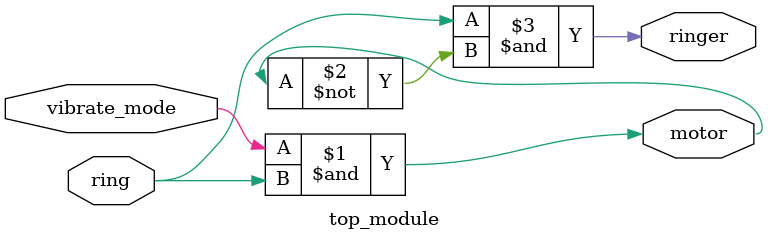
<source format=v>
module top_module (
    input ring,
    input vibrate_mode,
    output ringer,       // Make sound
    output motor         // Vibrate
);
   assign motor  = vibrate_mode & ring  ;
    assign ringer = ring & ~motor ;
    

endmodule

</source>
